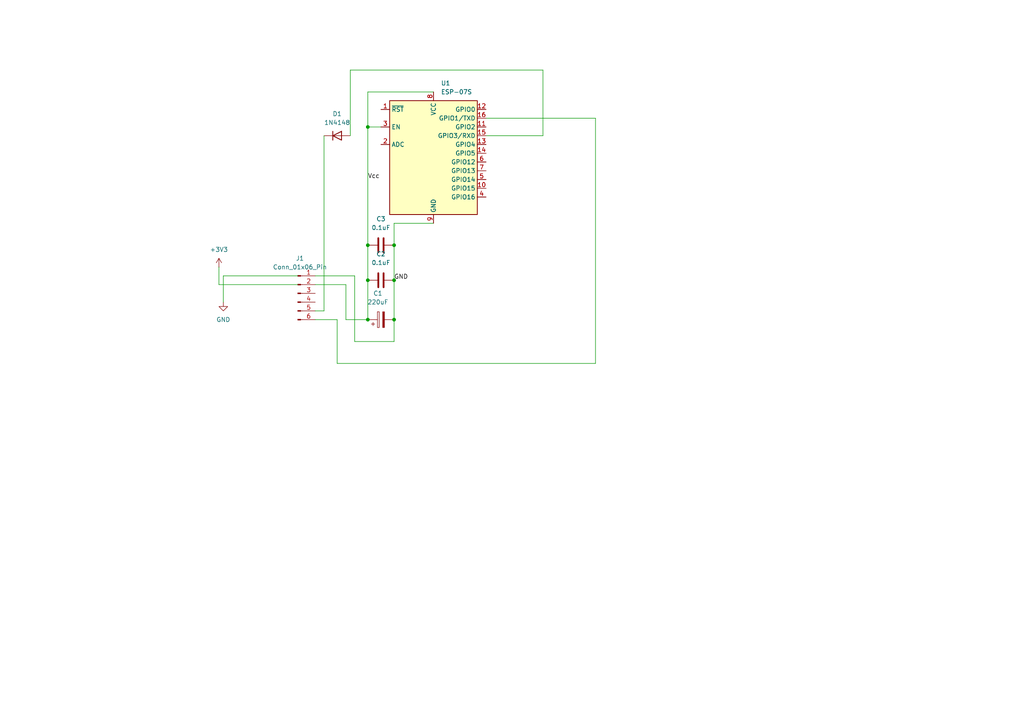
<source format=kicad_sch>
(kicad_sch (version 20250114) (generator "eeschema") (generator_version "9.0")
  (paper "A4")
  (lib_symbols
    (symbol "Connector:Conn_01x06_Pin" (pin_names (offset 1.016) (hide yes))
      (property "Reference" "J" (at 0 7.62 0))
      (property "Value" "Conn_01x06_Pin" (at 0 -10.16 0))
      (symbol "Conn_01x06_Pin_1_1"
        (rectangle (start 0.8636 5.207) (end 0 4.953) (stroke (width 0.1524)) (fill (type outline)))
        (rectangle (start 0.8636 2.667) (end 0 2.413) (stroke (width 0.1524)) (fill (type outline)))
        (rectangle (start 0.8636 0.127) (end 0 -0.127) (stroke (width 0.1524)) (fill (type outline)))
        (rectangle (start 0.8636 -2.413) (end 0 -2.667) (stroke (width 0.1524)) (fill (type outline)))
        (rectangle (start 0.8636 -4.953) (end 0 -5.207) (stroke (width 0.1524)) (fill (type outline)))
        (rectangle (start 0.8636 -7.493) (end 0 -7.747) (stroke (width 0.1524)) (fill (type outline)))
        (polyline (pts (xy 1.27 5.08) (xy 0.8636 5.08)) (stroke (width 0.1524)))
        (polyline (pts (xy 1.27 2.54) (xy 0.8636 2.54)) (stroke (width 0.1524)))
        (polyline (pts (xy 1.27 0) (xy 0.8636 0)) (stroke (width 0.1524)))
        (polyline (pts (xy 1.27 -2.54) (xy 0.8636 -2.54)) (stroke (width 0.1524)))
        (polyline (pts (xy 1.27 -5.08) (xy 0.8636 -5.08)) (stroke (width 0.1524)))
        (polyline (pts (xy 1.27 -7.62) (xy 0.8636 -7.62)) (stroke (width 0.1524)))
        (pin passive line (at 5.08 5.08 180) (length 3.81) (name "Pin_1") (number "1"))
        (pin passive line (at 5.08 2.54 180) (length 3.81) (name "Pin_2") (number "2"))
        (pin passive line (at 5.08 0 180) (length 3.81) (name "Pin_3") (number "3"))
        (pin passive line (at 5.08 -2.54 180) (length 3.81) (name "Pin_4") (number "4"))
        (pin passive line (at 5.08 -5.08 180) (length 3.81) (name "Pin_5") (number "5"))
        (pin passive line (at 5.08 -7.62 180) (length 3.81) (name "Pin_6") (number "6"))
      )
    )
    (symbol "Device:C" (pin_numbers (hide yes)) (pin_names (offset 0.254))
      (property "Reference" "C" (at 0.635 2.54 0))
      (property "Value" "C" (at 0.635 -2.54 0))
      (symbol "C_0_1"
        (polyline (pts (xy -2.032 0.762) (xy 2.032 0.762)) (stroke (width 0.508)))
        (polyline (pts (xy -2.032 -0.762) (xy 2.032 -0.762)) (stroke (width 0.508)))
      )
      (symbol "C_1_1"
        (pin passive line (at 0 3.81 270) (length 2.794) (name "~") (number "1"))
        (pin passive line (at 0 -3.81 90) (length 2.794) (name "~") (number "2"))
      )
    )
    (symbol "Device:C_Polarized" (pin_numbers (hide yes)) (pin_names (offset 0.254))
      (property "Reference" "C" (at 0.635 2.54 0))
      (property "Value" "C_Polarized" (at 0.635 -2.54 0))
      (symbol "C_Polarized_0_1"
        (rectangle (start -2.286 0.508) (end 2.286 1.016))
        (polyline (pts (xy -1.778 2.286) (xy -0.762 2.286)))
        (polyline (pts (xy -1.27 2.794) (xy -1.27 1.778)))
        (rectangle (start 2.286 -0.508) (end -2.286 -1.016) (fill (type outline)))
      )
      (symbol "C_Polarized_1_1"
        (pin passive line (at 0 3.81 270) (length 2.794) (name "~") (number "1"))
        (pin passive line (at 0 -3.81 90) (length 2.794) (name "~") (number "2"))
      )
    )
    (symbol "Diode:1N4148W" (pin_numbers (hide yes)) (pin_names (hide yes))
      (property "Reference" "D" (at 0 2.54 0))
      (property "Value" "1N4148W" (at 0 -2.54 0))
      (symbol "1N4148W_0_1"
        (polyline (pts (xy -1.27 1.27) (xy -1.27 -1.27)) (stroke (width 0.254)))
        (polyline (pts (xy 1.27 1.27) (xy 1.27 -1.27) (xy -1.27 0) (xy 1.27 1.27)) (stroke (width 0.254)))
        (polyline (pts (xy 1.27 0) (xy -1.27 0)))
      )
      (symbol "1N4148W_1_1"
        (pin passive line (at -3.81 0 0) (length 2.54) (name "K") (number "1"))
        (pin passive line (at 3.81 0 180) (length 2.54) (name "A") (number "2"))
      )
    )
    (symbol "RF_Module:ESP-07"
      (property "Reference" "U" (at -12.7 19.05 0))
      (property "Value" "ESP-07" (at 12.7 19.05 0))
      (symbol "ESP-07_0_1"
        (rectangle (start -12.7 17.78) (end 12.7 -15.24) (stroke (width 0.254)) (fill (type background)))
      )
      (symbol "ESP-07_1_1"
        (pin input line (at -15.24 15.24 0) (length 2.54) (name "~{RST}") (number "1"))
        (pin input line (at -15.24 10.16 0) (length 2.54) (name "EN") (number "3"))
        (pin input line (at -15.24 5.08 0) (length 2.54) (name "ADC") (number "2"))
        (pin power_in line (at 0 20.32 270) (length 2.54) (name "VCC") (number "8"))
        (pin power_in line (at 0 -17.78 90) (length 2.54) (name "GND") (number "9"))
        (pin bidirectional line (at 15.24 15.24 180) (length 2.54) (name "GPIO0") (number "12"))
        (pin bidirectional line (at 15.24 12.7 180) (length 2.54) (name "GPIO1/TXD") (number "16"))
        (pin bidirectional line (at 15.24 10.16 180) (length 2.54) (name "GPIO2") (number "11"))
        (pin bidirectional line (at 15.24 7.62 180) (length 2.54) (name "GPIO3/RXD") (number "15"))
        (pin bidirectional line (at 15.24 5.08 180) (length 2.54) (name "GPIO4") (number "13"))
        (pin bidirectional line (at 15.24 2.54 180) (length 2.54) (name "GPIO5") (number "14"))
        (pin bidirectional line (at 15.24 0 180) (length 2.54) (name "GPIO12") (number "6"))
        (pin bidirectional line (at 15.24 -2.54 180) (length 2.54) (name "GPIO13") (number "7"))
        (pin bidirectional line (at 15.24 -5.08 180) (length 2.54) (name "GPIO14") (number "5"))
        (pin bidirectional line (at 15.24 -7.62 180) (length 2.54) (name "GPIO15") (number "10"))
        (pin bidirectional line (at 15.24 -10.16 180) (length 2.54) (name "GPIO16") (number "4"))
      )
    )
    (symbol "power:+3V3" (power) (pin_numbers (hide yes)) (pin_names (offset 0) (hide yes))
      (property "Value" "+3V3" (at 0 3.556 0))
      (symbol "+3V3_0_1"
        (polyline (pts (xy -0.762 1.27) (xy 0 2.54)))
        (polyline (pts (xy 0 2.54) (xy 0.762 1.27)))
        (polyline (pts (xy 0 0) (xy 0 2.54)))
      )
      (symbol "+3V3_1_1"
        (pin power_in line (at 0 0 90) (length 0) (name "~") (number "1"))
      )
    )
    (symbol "power:GND" (power) (pin_numbers (hide yes)) (pin_names (offset 0) (hide yes))
      (property "Value" "GND" (at 0 -3.81 0))
      (symbol "GND_0_1"
        (polyline (pts (xy 0 0) (xy 0 -1.27) (xy 1.27 -1.27) (xy 0 -2.54) (xy -1.27 -1.27) (xy 0 -1.27)))
      )
      (symbol "GND_1_1"
        (pin power_in line (at 0 0 270) (length 0) (name "~") (number "1"))
      )
    )
  )
  (junction (at 106.68 36.83))
  (junction (at 114.3 92.71))
  (junction (at 106.68 92.71))
  (junction (at 106.68 71.12))
  (junction (at 114.3 71.12))
  (junction (at 114.3 81.28))
  (junction (at 106.68 81.28))
  (wire (pts (xy 63.5 82.55) (xy 63.5 77.47)))
  (wire (pts (xy 106.68 36.83) (xy 110.49 36.83)))
  (wire (pts (xy 157.48 39.37) (xy 140.97 39.37)))
  (wire (pts (xy 106.68 71.12) (xy 106.68 81.28)))
  (wire (pts (xy 91.44 80.01) (xy 102.87 80.01)))
  (wire (pts (xy 114.3 64.77) (xy 125.73 64.77)))
  (wire (pts (xy 86.36 82.55) (xy 63.5 82.55)))
  (wire (pts (xy 106.68 81.28) (xy 106.68 92.71)))
  (wire (pts (xy 106.68 36.83) (xy 106.68 26.67)))
  (wire (pts (xy 172.72 105.41) (xy 172.72 34.29)))
  (wire (pts (xy 91.44 90.17) (xy 93.98 90.17)))
  (wire (pts (xy 114.3 71.12) (xy 114.3 64.77)))
  (wire (pts (xy 157.48 20.32) (xy 157.48 39.37)))
  (wire (pts (xy 106.68 26.67) (xy 125.73 26.67)))
  (wire (pts (xy 100.33 82.55) (xy 91.44 82.55)))
  (wire (pts (xy 101.6 20.32) (xy 157.48 20.32)))
  (wire (pts (xy 102.87 80.01) (xy 102.87 99.06)))
  (wire (pts (xy 106.68 71.12) (xy 106.68 36.83)))
  (wire (pts (xy 102.87 99.06) (xy 114.3 99.06)))
  (wire (pts (xy 106.68 92.71) (xy 100.33 92.71)))
  (wire (pts (xy 91.44 92.71) (xy 97.79 92.71)))
  (wire (pts (xy 97.79 92.71) (xy 97.79 105.41)))
  (wire (pts (xy 101.6 39.37) (xy 101.6 20.32)))
  (wire (pts (xy 114.3 99.06) (xy 114.3 92.71)))
  (wire (pts (xy 172.72 34.29) (xy 140.97 34.29)))
  (wire (pts (xy 97.79 105.41) (xy 172.72 105.41)))
  (wire (pts (xy 86.36 80.01) (xy 64.77 80.01)))
  (wire (pts (xy 100.33 92.71) (xy 100.33 82.55)))
  (wire (pts (xy 64.77 80.01) (xy 64.77 87.63)))
  (wire (pts (xy 114.3 71.12) (xy 114.3 81.28)))
  (wire (pts (xy 114.3 81.28) (xy 114.3 92.71)))
  (wire (pts (xy 93.98 90.17) (xy 93.98 39.37)))
  (label "GND" (at 114.3 81.28 0))
  (label "Vcc" (at 106.68 52.07 0))
  (symbol (lib_id "Diode:1N4148W") (at 97.79 39.37 0) (unit 1)
    (property "Reference" "D1" (at 97.79 33.02 0))
    (property "Value" "1N4148" (at 97.79 35.56 0))
    (property "Footprint" "Diode_SMD:D_0805_2012Metric_Pad1.15x1.40mm_HandSolder" (effects (hide yes)))
    (property "Datasheet" "https://www.vishay.com/docs/85748/1n4148w.pdf" (effects (hide yes)))
    (property "Description" "75V 0.15A Fast Switching Diode, SOD-123" (effects (hide yes)))
    (property "Sim.Device" "D" (effects (hide yes)))
    (property "Sim.Pins" "1=K 2=A" (effects (hide yes)))
  )
  (symbol (lib_id "Device:C") (at 110.49 81.28 90) (unit 1)
    (property "Reference" "C2" (at 110.49 73.66 90))
    (property "Value" "0.1uF" (at 110.49 76.2 90))
    (property "Footprint" "Capacitor_SMD:C_0805_2012Metric_Pad1.18x1.45mm_HandSolder" (effects (hide yes)))
    (property "Description" "Unpolarized capacitor" (effects (hide yes)))
  )
  (symbol (lib_id "RF_Module:ESP-07") (at 125.73 46.99 0) (unit 1)
    (property "Reference" "U1" (at 127.8733 24.13 0) (effects (justify left)))
    (property "Value" "ESP-07S" (at 127.8733 26.67 0) (effects (justify left)))
    (property "Footprint" "RF_Module:ESP-07S" (effects (hide yes)))
    (property "Datasheet" "http://wiki.ai-thinker.com/_media/esp8266/esp8266_series_modules_user_manual_v1.1.pdf" (effects (hide yes)))
    (property "Description" "802.11 b/g/n Wi-Fi Module" (effects (hide yes)))
  )
  (symbol (lib_id "power:GND") (at 64.77 87.63 0) (unit 1)
    (property "Reference" "#PWR02" (effects (hide yes)))
    (property "Value" "GND" (at 64.77 92.71 0))
    (property "Description" "Power symbol creates a global label with name \"GND\" , ground" (effects (hide yes)))
  )
  (symbol (lib_id "Connector:Conn_01x06_Pin") (at 86.36 85.09 0) (unit 1)
    (property "Reference" "J1" (at 86.995 74.93 0))
    (property "Value" "Conn_01x06_Pin" (at 86.995 77.47 0))
    (property "Footprint" "Connector_PinHeader_2.00mm:PinHeader_1x06_P2.00mm_Vertical" (effects (hide yes)))
    (property "Description" "Generic connector, single row, 01x06, script generated" (effects (hide yes)))
  )
  (symbol (lib_id "Device:C_Polarized") (at 110.49 92.71 90) (unit 1)
    (property "Reference" "C1" (at 109.601 85.09 90))
    (property "Value" "220uF" (at 109.601 87.63 90))
    (property "Footprint" "Capacitor_THT:CP_Radial_D6.3mm_P2.50mm" (effects (hide yes)))
    (property "Description" "Polarized capacitor" (effects (hide yes)))
  )
  (symbol (lib_id "power:+3V3") (at 63.5 77.47 0) (unit 1)
    (property "Reference" "#PWR01" (effects (hide yes)))
    (property "Value" "+3V3" (at 63.5 72.39 0))
    (property "Description" "Power symbol creates a global label with name \"+3V3\"" (effects (hide yes)))
  )
  (symbol (lib_id "Device:C") (at 110.49 71.12 90) (unit 1)
    (property "Reference" "C3" (at 110.49 63.5 90))
    (property "Value" "0.1uF" (at 110.49 66.04 90))
    (property "Footprint" "Capacitor_SMD:C_0805_2012Metric_Pad1.18x1.45mm_HandSolder" (effects (hide yes)))
    (property "Description" "Unpolarized capacitor" (effects (hide yes)))
  )
)
</source>
